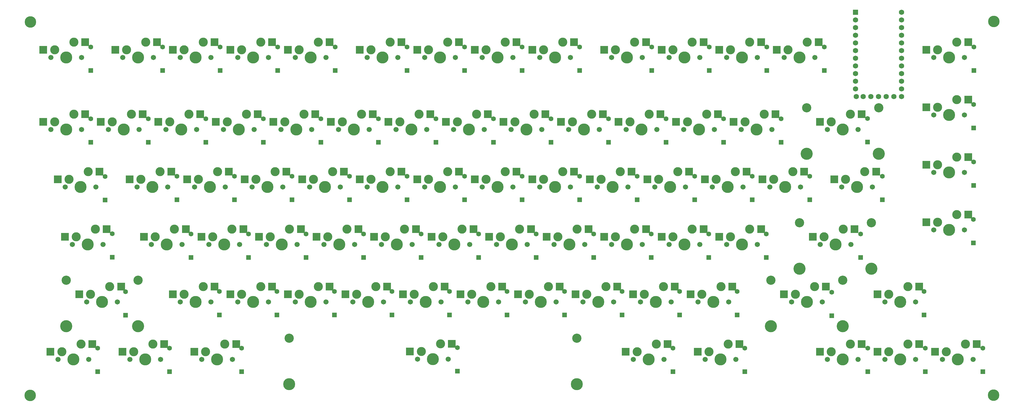
<source format=gbr>
G04 #@! TF.GenerationSoftware,KiCad,Pcbnew,(6.0.10)*
G04 #@! TF.CreationDate,2023-03-05T14:36:43-08:00*
G04 #@! TF.ProjectId,keyboard,6b657962-6f61-4726-942e-6b696361645f,rev?*
G04 #@! TF.SameCoordinates,Original*
G04 #@! TF.FileFunction,Soldermask,Bot*
G04 #@! TF.FilePolarity,Negative*
%FSLAX46Y46*%
G04 Gerber Fmt 4.6, Leading zero omitted, Abs format (unit mm)*
G04 Created by KiCad (PCBNEW (6.0.10)) date 2023-03-05 14:36:43*
%MOMM*%
%LPD*%
G01*
G04 APERTURE LIST*
%ADD10R,1.600000X1.600000*%
%ADD11C,1.600000*%
%ADD12C,4.000000*%
%ADD13C,3.050000*%
%ADD14C,3.000000*%
%ADD15C,3.987800*%
%ADD16C,1.701800*%
%ADD17R,2.550000X2.500000*%
%ADD18C,3.800000*%
%ADD19C,3.048000*%
%ADD20R,1.752600X1.752600*%
%ADD21C,1.752600*%
G04 APERTURE END LIST*
D10*
X232320000Y-144850000D03*
D11*
X232320000Y-137050000D03*
D10*
X274950000Y-202100000D03*
D11*
X274950000Y-194300000D03*
D12*
X395623450Y-186731800D03*
D13*
X395623450Y-171491800D03*
D14*
X386276250Y-173600000D03*
D12*
X371823450Y-186731800D03*
D15*
X383736250Y-178680000D03*
D14*
X379926250Y-176140000D03*
D16*
X388816250Y-178680000D03*
X378656250Y-178680000D03*
D13*
X371823450Y-171491800D03*
D17*
X390026250Y-173600000D03*
X376176250Y-176140000D03*
D10*
X382450000Y-202330000D03*
D11*
X382450000Y-194530000D03*
D10*
X429507500Y-121070000D03*
D11*
X429507500Y-113270000D03*
D10*
X218052500Y-121070000D03*
D11*
X218052500Y-113270000D03*
D16*
X285787500Y-159630000D03*
D15*
X290867500Y-159630000D03*
D14*
X287057500Y-157090000D03*
X293407500Y-154550000D03*
D16*
X295947500Y-159630000D03*
D17*
X297157500Y-154550000D03*
X283307500Y-157090000D03*
D14*
X334682500Y-138040000D03*
D16*
X343572500Y-140580000D03*
X333412500Y-140580000D03*
D14*
X341032500Y-135500000D03*
D15*
X338492500Y-140580000D03*
D17*
X344782500Y-135500000D03*
X330932500Y-138040000D03*
D14*
X298170000Y-173600000D03*
X291820000Y-176140000D03*
D15*
X295630000Y-178680000D03*
D16*
X290550000Y-178680000D03*
X300710000Y-178680000D03*
D17*
X301920000Y-173600000D03*
X288070000Y-176140000D03*
D14*
X245782500Y-135500000D03*
D16*
X248322500Y-140580000D03*
D14*
X239432500Y-138040000D03*
D16*
X238162500Y-140580000D03*
D15*
X243242500Y-140580000D03*
D17*
X249532500Y-135500000D03*
X235682500Y-138040000D03*
D10*
X203745000Y-163900000D03*
D11*
X203745000Y-156100000D03*
D10*
X170330000Y-183000000D03*
D11*
X170330000Y-175200000D03*
D10*
X194220000Y-144850000D03*
D11*
X194220000Y-137050000D03*
D10*
X251370000Y-144850000D03*
D11*
X251370000Y-137050000D03*
D10*
X198750000Y-202100000D03*
D11*
X198750000Y-194300000D03*
D14*
X345795000Y-192650000D03*
D16*
X338175000Y-197730000D03*
X348335000Y-197730000D03*
D15*
X343255000Y-197730000D03*
D14*
X339445000Y-195190000D03*
D17*
X349545000Y-192650000D03*
X335695000Y-195190000D03*
D10*
X298995000Y-163900000D03*
D11*
X298995000Y-156100000D03*
D10*
X289470000Y-144850000D03*
D11*
X289470000Y-137050000D03*
D10*
X227480000Y-183000000D03*
D11*
X227480000Y-175200000D03*
D15*
X195617500Y-159630000D03*
D16*
X200697500Y-159630000D03*
D14*
X198157500Y-154550000D03*
X191807500Y-157090000D03*
D16*
X190537500Y-159630000D03*
D17*
X201907500Y-154550000D03*
X188057500Y-157090000D03*
D10*
X284630000Y-183000000D03*
D11*
X284630000Y-175200000D03*
D10*
X429487500Y-140087500D03*
D11*
X429487500Y-132287500D03*
D15*
X257530000Y-178680000D03*
D16*
X262610000Y-178680000D03*
X252450000Y-178680000D03*
D14*
X253720000Y-176140000D03*
X260070000Y-173600000D03*
D17*
X263820000Y-173600000D03*
X249970000Y-176140000D03*
D15*
X271817500Y-116767500D03*
D14*
X274357500Y-111687500D03*
D16*
X266737500Y-116767500D03*
X276897500Y-116767500D03*
D14*
X268007500Y-114227500D03*
D17*
X278107500Y-111687500D03*
X264257500Y-114227500D03*
D10*
X217800000Y-202100000D03*
D11*
X217800000Y-194300000D03*
D16*
X153072500Y-140580000D03*
D14*
X150532500Y-135500000D03*
D15*
X147992500Y-140580000D03*
D16*
X142912500Y-140580000D03*
D14*
X144182500Y-138040000D03*
D17*
X154282500Y-135500000D03*
X140432500Y-138040000D03*
D10*
X137070000Y-144850000D03*
D11*
X137070000Y-137050000D03*
D14*
X274357500Y-154550000D03*
X268007500Y-157090000D03*
D16*
X276897500Y-159630000D03*
X266737500Y-159630000D03*
D15*
X271817500Y-159630000D03*
D17*
X278107500Y-154550000D03*
X264257500Y-157090000D03*
D15*
X390880000Y-159630000D03*
D14*
X387070000Y-157090000D03*
X393420000Y-154550000D03*
D16*
X385800000Y-159630000D03*
X395960000Y-159630000D03*
D17*
X397170000Y-154550000D03*
X383320000Y-157090000D03*
D10*
X165645000Y-163900000D03*
D11*
X165645000Y-156100000D03*
D10*
X413460000Y-220870000D03*
D11*
X413460000Y-213070000D03*
D16*
X255430000Y-216760000D03*
D14*
X252890000Y-211680000D03*
D15*
X250350000Y-216760000D03*
D14*
X246540000Y-214220000D03*
D16*
X245270000Y-216760000D03*
D17*
X256640000Y-211680000D03*
X242790000Y-214220000D03*
D15*
X309917500Y-159630000D03*
D14*
X306107500Y-157090000D03*
D16*
X304837500Y-159630000D03*
X314997500Y-159630000D03*
D14*
X312457500Y-154550000D03*
D17*
X316207500Y-154550000D03*
X302357500Y-157090000D03*
D10*
X329890000Y-220900000D03*
D11*
X329890000Y-213100000D03*
D16*
X171487500Y-159630000D03*
D14*
X172757500Y-157090000D03*
D15*
X176567500Y-159630000D03*
D14*
X179107500Y-154550000D03*
D16*
X181647500Y-159630000D03*
D17*
X182857500Y-154550000D03*
X169007500Y-157090000D03*
D14*
X321982500Y-135500000D03*
D16*
X314362500Y-140580000D03*
D15*
X319442500Y-140580000D03*
D14*
X315632500Y-138040000D03*
D16*
X324522500Y-140580000D03*
D17*
X325732500Y-135500000D03*
X311882500Y-138040000D03*
D14*
X132276250Y-176140000D03*
D16*
X141166250Y-178680000D03*
D14*
X138626250Y-173600000D03*
D15*
X136086250Y-178680000D03*
D16*
X131006250Y-178680000D03*
D17*
X142376250Y-173600000D03*
X128526250Y-176140000D03*
D15*
X371830000Y-116767500D03*
D16*
X366750000Y-116767500D03*
D14*
X368020000Y-114227500D03*
X374370000Y-111687500D03*
D16*
X376910000Y-116767500D03*
D17*
X378120000Y-111687500D03*
X364270000Y-114227500D03*
D15*
X157517500Y-159630000D03*
D16*
X162597500Y-159630000D03*
X152437500Y-159630000D03*
D14*
X160057500Y-154550000D03*
X153707500Y-157090000D03*
D17*
X163807500Y-154550000D03*
X149957500Y-157090000D03*
D15*
X214667500Y-159630000D03*
D16*
X219747500Y-159630000D03*
D14*
X217207500Y-154550000D03*
D16*
X209587500Y-159630000D03*
D14*
X210857500Y-157090000D03*
D17*
X220957500Y-154550000D03*
X207107500Y-157090000D03*
D10*
X365670000Y-144850000D03*
D11*
X365670000Y-137050000D03*
D16*
X281660000Y-178680000D03*
X271500000Y-178680000D03*
D14*
X272770000Y-176140000D03*
D15*
X276580000Y-178680000D03*
D14*
X279120000Y-173600000D03*
D17*
X282870000Y-173600000D03*
X269020000Y-176140000D03*
D10*
X179952500Y-121070000D03*
D11*
X179952500Y-113270000D03*
D16*
X323887500Y-159630000D03*
D14*
X331507500Y-154550000D03*
X325157500Y-157090000D03*
D16*
X334047500Y-159630000D03*
D15*
X328967500Y-159630000D03*
D17*
X335257500Y-154550000D03*
X321407500Y-157090000D03*
D16*
X195300000Y-178680000D03*
D14*
X202920000Y-173600000D03*
D16*
X205460000Y-178680000D03*
D14*
X196570000Y-176140000D03*
D15*
X200380000Y-178680000D03*
D17*
X206670000Y-173600000D03*
X192820000Y-176140000D03*
D10*
X144250000Y-182970000D03*
D11*
X144250000Y-175170000D03*
D15*
X209905000Y-116767500D03*
D14*
X206095000Y-114227500D03*
X212445000Y-111687500D03*
D16*
X214985000Y-116767500D03*
X204825000Y-116767500D03*
D17*
X216195000Y-111687500D03*
X202345000Y-114227500D03*
D14*
X250545000Y-192650000D03*
D16*
X253085000Y-197730000D03*
X242925000Y-197730000D03*
D15*
X248005000Y-197730000D03*
D14*
X244195000Y-195190000D03*
D17*
X254295000Y-192650000D03*
X240445000Y-195190000D03*
D14*
X326745000Y-192650000D03*
X320395000Y-195190000D03*
D16*
X329285000Y-197730000D03*
D15*
X324205000Y-197730000D03*
D16*
X319125000Y-197730000D03*
D17*
X330495000Y-192650000D03*
X316645000Y-195190000D03*
D16*
X238797500Y-116767500D03*
D14*
X229907500Y-114227500D03*
D15*
X233717500Y-116767500D03*
D16*
X228637500Y-116767500D03*
D14*
X236257500Y-111687500D03*
D17*
X240007500Y-111687500D03*
X226157500Y-114227500D03*
D10*
X327570000Y-144850000D03*
D11*
X327570000Y-137050000D03*
D10*
X303680000Y-183000000D03*
D11*
X303680000Y-175200000D03*
D10*
X360927500Y-121070000D03*
D11*
X360927500Y-113270000D03*
D10*
X351150000Y-202100000D03*
D11*
X351150000Y-194300000D03*
D10*
X318045000Y-163900000D03*
D11*
X318045000Y-156100000D03*
D10*
X341780000Y-183000000D03*
D11*
X341780000Y-175200000D03*
D10*
X265580000Y-183000000D03*
D11*
X265580000Y-175200000D03*
D10*
X294000000Y-202100000D03*
D11*
X294000000Y-194300000D03*
D10*
X199002500Y-121070000D03*
D11*
X199002500Y-113270000D03*
D14*
X177520000Y-176140000D03*
D16*
X186410000Y-178680000D03*
X176250000Y-178680000D03*
D14*
X183870000Y-173600000D03*
D15*
X181330000Y-178680000D03*
D17*
X187620000Y-173600000D03*
X173770000Y-176140000D03*
D16*
X157835000Y-116767500D03*
D14*
X155295000Y-111687500D03*
D16*
X147675000Y-116767500D03*
D14*
X148945000Y-114227500D03*
D15*
X152755000Y-116767500D03*
D17*
X159045000Y-111687500D03*
X145195000Y-114227500D03*
D14*
X187045000Y-114227500D03*
D16*
X185775000Y-116767500D03*
D15*
X190855000Y-116767500D03*
D14*
X193395000Y-111687500D03*
D16*
X195935000Y-116767500D03*
D17*
X197145000Y-111687500D03*
X183295000Y-114227500D03*
D15*
X367067500Y-159630000D03*
D14*
X363257500Y-157090000D03*
D16*
X372147500Y-159630000D03*
X361987500Y-159630000D03*
D14*
X369607500Y-154550000D03*
D17*
X373357500Y-154550000D03*
X359507500Y-157090000D03*
D18*
X117110000Y-105010000D03*
D14*
X163232500Y-138040000D03*
D16*
X161962500Y-140580000D03*
D14*
X169582500Y-135500000D03*
D16*
X172122500Y-140580000D03*
D15*
X167042500Y-140580000D03*
D17*
X173332500Y-135500000D03*
X159482500Y-138040000D03*
D10*
X360830000Y-183000000D03*
D11*
X360830000Y-175200000D03*
D10*
X148630000Y-202200000D03*
D11*
X148630000Y-194400000D03*
D10*
X394410000Y-220870000D03*
D11*
X394410000Y-213070000D03*
D10*
X337095000Y-163900000D03*
D11*
X337095000Y-156100000D03*
D16*
X195935000Y-197730000D03*
D15*
X190855000Y-197730000D03*
D14*
X187045000Y-195190000D03*
D16*
X185775000Y-197730000D03*
D14*
X193395000Y-192650000D03*
D17*
X197145000Y-192650000D03*
X183295000Y-195190000D03*
D10*
X139390000Y-220900000D03*
D11*
X139390000Y-213100000D03*
D14*
X182282500Y-138040000D03*
X188632500Y-135500000D03*
D16*
X191172500Y-140580000D03*
X181012500Y-140580000D03*
D15*
X186092500Y-140580000D03*
D17*
X192382500Y-135500000D03*
X178532500Y-138040000D03*
D14*
X151326250Y-214240000D03*
D16*
X150056250Y-216780000D03*
D14*
X157676250Y-211700000D03*
D15*
X155136250Y-216780000D03*
D16*
X160216250Y-216780000D03*
D17*
X161426250Y-211700000D03*
X147576250Y-214240000D03*
D10*
X179700000Y-202100000D03*
D11*
X179700000Y-194300000D03*
D15*
X178948750Y-216780000D03*
D14*
X175138750Y-214240000D03*
X181488750Y-211700000D03*
D16*
X184028750Y-216780000D03*
X173868750Y-216780000D03*
D17*
X185238750Y-211700000D03*
X171388750Y-214240000D03*
D10*
X184695000Y-163900000D03*
D11*
X184695000Y-156100000D03*
D10*
X299015000Y-121070000D03*
D11*
X299015000Y-113270000D03*
D14*
X407707500Y-192650000D03*
D16*
X400087500Y-197730000D03*
D14*
X401357500Y-195190000D03*
D16*
X410247500Y-197730000D03*
D15*
X405167500Y-197730000D03*
D17*
X411457500Y-192650000D03*
X397607500Y-195190000D03*
D10*
X341877500Y-121070000D03*
D11*
X341877500Y-113270000D03*
D10*
X353702500Y-220900000D03*
D11*
X353702500Y-213100000D03*
D16*
X369131250Y-197730000D03*
D15*
X374211250Y-197730000D03*
D14*
X376751250Y-192650000D03*
D16*
X379291250Y-197730000D03*
D14*
X370401250Y-195190000D03*
D12*
X362298450Y-205781800D03*
D13*
X362298450Y-190541800D03*
X386098450Y-190541800D03*
D12*
X386098450Y-205781800D03*
D17*
X380501250Y-192650000D03*
X366651250Y-195190000D03*
D10*
X236850000Y-202100000D03*
D11*
X236850000Y-194300000D03*
D16*
X128625000Y-159630000D03*
D14*
X136245000Y-154550000D03*
D16*
X138785000Y-159630000D03*
D15*
X133705000Y-159630000D03*
D14*
X129895000Y-157090000D03*
D17*
X139995000Y-154550000D03*
X126145000Y-157090000D03*
D10*
X189380000Y-183000000D03*
D11*
X189380000Y-175200000D03*
D10*
X246530000Y-183000000D03*
D11*
X246530000Y-175200000D03*
D10*
X241865000Y-121070000D03*
D11*
X241865000Y-113270000D03*
D14*
X226732500Y-135500000D03*
D15*
X224192500Y-140580000D03*
D16*
X219112500Y-140580000D03*
X229272500Y-140580000D03*
D14*
X220382500Y-138040000D03*
D17*
X230482500Y-135500000D03*
X216632500Y-138040000D03*
D10*
X258500000Y-220690000D03*
D11*
X258500000Y-212890000D03*
D10*
X141860000Y-163960000D03*
D11*
X141860000Y-156160000D03*
D14*
X423900000Y-149787500D03*
D15*
X421360000Y-154867500D03*
D16*
X416280000Y-154867500D03*
D14*
X417550000Y-152327500D03*
D16*
X426440000Y-154867500D03*
D17*
X427650000Y-149787500D03*
X413800000Y-152327500D03*
D10*
X260895000Y-163900000D03*
D11*
X260895000Y-156100000D03*
D14*
X248957500Y-114227500D03*
D15*
X252767500Y-116767500D03*
D14*
X255307500Y-111687500D03*
D16*
X257847500Y-116767500D03*
X247687500Y-116767500D03*
D17*
X259057500Y-111687500D03*
X245207500Y-114227500D03*
D16*
X214985000Y-197730000D03*
D14*
X206095000Y-195190000D03*
X212445000Y-192650000D03*
D15*
X209905000Y-197730000D03*
D16*
X204825000Y-197730000D03*
D17*
X216195000Y-192650000D03*
X202345000Y-195190000D03*
D10*
X175170000Y-144850000D03*
D11*
X175170000Y-137050000D03*
D18*
X436070000Y-228700000D03*
X117020000Y-228770000D03*
D10*
X163202500Y-220900000D03*
D11*
X163202500Y-213100000D03*
D10*
X255900000Y-202100000D03*
D11*
X255900000Y-194300000D03*
D16*
X426440000Y-116767500D03*
D15*
X421360000Y-116767500D03*
D16*
X416280000Y-116767500D03*
D14*
X417550000Y-114227500D03*
X423900000Y-111687500D03*
D17*
X427650000Y-111687500D03*
X413800000Y-114227500D03*
D10*
X356145000Y-163900000D03*
D11*
X356145000Y-156100000D03*
D16*
X416280000Y-173917500D03*
D14*
X417550000Y-171377500D03*
D16*
X426440000Y-173917500D03*
D15*
X421360000Y-173917500D03*
D14*
X423900000Y-168837500D03*
D17*
X427650000Y-168837500D03*
X413800000Y-171377500D03*
D16*
X176885000Y-116767500D03*
D14*
X174345000Y-111687500D03*
D15*
X171805000Y-116767500D03*
D14*
X167995000Y-114227500D03*
D16*
X166725000Y-116767500D03*
D17*
X178095000Y-111687500D03*
X164245000Y-114227500D03*
D10*
X332100000Y-202100000D03*
D11*
X332100000Y-194300000D03*
D15*
X314680000Y-116767500D03*
D14*
X310870000Y-114227500D03*
X317220000Y-111687500D03*
D16*
X319760000Y-116767500D03*
X309600000Y-116767500D03*
D17*
X320970000Y-111687500D03*
X307120000Y-114227500D03*
D15*
X352780000Y-116767500D03*
D14*
X355320000Y-111687500D03*
X348970000Y-114227500D03*
D16*
X347700000Y-116767500D03*
X357860000Y-116767500D03*
D17*
X359070000Y-111687500D03*
X345220000Y-114227500D03*
D16*
X416280000Y-135817500D03*
D15*
X421360000Y-135817500D03*
D14*
X417550000Y-133277500D03*
D16*
X426440000Y-135817500D03*
D14*
X423900000Y-130737500D03*
D17*
X427650000Y-130737500D03*
X413800000Y-133277500D03*
D10*
X241845000Y-163900000D03*
D11*
X241845000Y-156100000D03*
D14*
X420407500Y-214240000D03*
D16*
X429297500Y-216780000D03*
X419137500Y-216780000D03*
D15*
X424217500Y-216780000D03*
D14*
X426757500Y-211700000D03*
D17*
X430507500Y-211700000D03*
X416657500Y-214240000D03*
D10*
X208430000Y-183000000D03*
D11*
X208430000Y-175200000D03*
D15*
X262292500Y-140580000D03*
D16*
X267372500Y-140580000D03*
D14*
X264832500Y-135500000D03*
D16*
X257212500Y-140580000D03*
D14*
X258482500Y-138040000D03*
D17*
X268582500Y-135500000D03*
X254732500Y-138040000D03*
D14*
X293407500Y-111687500D03*
D16*
X285787500Y-116767500D03*
D14*
X287057500Y-114227500D03*
D15*
X290867500Y-116767500D03*
D16*
X295947500Y-116767500D03*
D17*
X297157500Y-111687500D03*
X283307500Y-114227500D03*
D18*
X436180000Y-104790000D03*
D14*
X355320000Y-173600000D03*
D16*
X347700000Y-178680000D03*
D15*
X352780000Y-178680000D03*
D14*
X348970000Y-176140000D03*
D16*
X357860000Y-178680000D03*
D17*
X359070000Y-173600000D03*
X345220000Y-176140000D03*
D10*
X137090000Y-121070000D03*
D11*
X137090000Y-113270000D03*
D14*
X353732500Y-138040000D03*
D16*
X362622500Y-140580000D03*
D15*
X357542500Y-140580000D03*
D14*
X360082500Y-135500000D03*
D16*
X352462500Y-140580000D03*
D17*
X363832500Y-135500000D03*
X349982500Y-138040000D03*
D14*
X310870000Y-176140000D03*
X317220000Y-173600000D03*
D16*
X309600000Y-178680000D03*
D15*
X314680000Y-178680000D03*
D16*
X319760000Y-178680000D03*
D17*
X320970000Y-173600000D03*
X307120000Y-176140000D03*
D16*
X234035000Y-197730000D03*
D14*
X231495000Y-192650000D03*
D15*
X228955000Y-197730000D03*
D16*
X223875000Y-197730000D03*
D14*
X225145000Y-195190000D03*
D17*
X235245000Y-192650000D03*
X221395000Y-195190000D03*
D10*
X392060000Y-183000000D03*
D11*
X392060000Y-175200000D03*
D10*
X156120000Y-144850000D03*
D11*
X156120000Y-137050000D03*
D10*
X279965000Y-121070000D03*
D11*
X279965000Y-113270000D03*
D16*
X340556250Y-216780000D03*
D15*
X345636250Y-216780000D03*
D14*
X341826250Y-214240000D03*
X348176250Y-211700000D03*
D16*
X350716250Y-216780000D03*
D17*
X351926250Y-211700000D03*
X338076250Y-214240000D03*
D10*
X222795000Y-163900000D03*
D11*
X222795000Y-156100000D03*
D16*
X176885000Y-197730000D03*
D14*
X167995000Y-195190000D03*
D15*
X171805000Y-197730000D03*
D14*
X174345000Y-192650000D03*
D16*
X166725000Y-197730000D03*
D17*
X178095000Y-192650000D03*
X164245000Y-195190000D03*
D10*
X413062500Y-202100000D03*
D11*
X413062500Y-194300000D03*
D16*
X316743750Y-216780000D03*
D15*
X321823750Y-216780000D03*
D14*
X318013750Y-214240000D03*
X324363750Y-211700000D03*
D16*
X326903750Y-216780000D03*
D17*
X328113750Y-211700000D03*
X314263750Y-214240000D03*
D16*
X135768750Y-197730000D03*
D13*
X152735950Y-190541800D03*
D15*
X140848750Y-197730000D03*
D14*
X137038750Y-195190000D03*
X143388750Y-192650000D03*
D12*
X152735950Y-205781800D03*
D16*
X145928750Y-197730000D03*
D13*
X128935950Y-190541800D03*
D12*
X128935950Y-205781800D03*
D17*
X147138750Y-192650000D03*
X133288750Y-195190000D03*
D10*
X313050000Y-202100000D03*
D11*
X313050000Y-194300000D03*
D10*
X213270000Y-144850000D03*
D11*
X213270000Y-137050000D03*
D10*
X394340000Y-144770000D03*
D11*
X394340000Y-136970000D03*
D16*
X272135000Y-197730000D03*
D15*
X267055000Y-197730000D03*
D14*
X263245000Y-195190000D03*
X269595000Y-192650000D03*
D16*
X261975000Y-197730000D03*
D17*
X273345000Y-192650000D03*
X259495000Y-195190000D03*
D10*
X429487500Y-159137500D03*
D11*
X429487500Y-151337500D03*
D10*
X270420000Y-144850000D03*
D11*
X270420000Y-137050000D03*
D16*
X391197500Y-216780000D03*
D14*
X388657500Y-211700000D03*
X382307500Y-214240000D03*
D16*
X381037500Y-216780000D03*
D15*
X386117500Y-216780000D03*
D17*
X392407500Y-211700000D03*
X378557500Y-214240000D03*
D19*
X202761250Y-209795000D03*
X298011250Y-209795000D03*
D15*
X202761250Y-225035000D03*
X298011250Y-225035000D03*
D14*
X127513750Y-214240000D03*
D15*
X131323750Y-216780000D03*
D14*
X133863750Y-211700000D03*
D16*
X136403750Y-216780000D03*
X126243750Y-216780000D03*
D17*
X137613750Y-211700000D03*
X123763750Y-214240000D03*
D16*
X338810000Y-116767500D03*
D14*
X336270000Y-111687500D03*
D15*
X333730000Y-116767500D03*
D16*
X328650000Y-116767500D03*
D14*
X329920000Y-114227500D03*
D17*
X340020000Y-111687500D03*
X326170000Y-114227500D03*
D10*
X429410000Y-178237500D03*
D11*
X429410000Y-170437500D03*
D10*
X379977500Y-121070000D03*
D11*
X379977500Y-113270000D03*
D15*
X333730000Y-178680000D03*
D14*
X336270000Y-173600000D03*
D16*
X338810000Y-178680000D03*
X328650000Y-178680000D03*
D14*
X329920000Y-176140000D03*
D17*
X340020000Y-173600000D03*
X326170000Y-176140000D03*
D14*
X301345000Y-195190000D03*
D15*
X305155000Y-197730000D03*
D14*
X307695000Y-192650000D03*
D16*
X310235000Y-197730000D03*
X300075000Y-197730000D03*
D17*
X311445000Y-192650000D03*
X297595000Y-195190000D03*
D14*
X236257500Y-154550000D03*
D16*
X228637500Y-159630000D03*
X238797500Y-159630000D03*
D15*
X233717500Y-159630000D03*
D14*
X229907500Y-157090000D03*
D17*
X240007500Y-154550000D03*
X226157500Y-157090000D03*
D10*
X322730000Y-183000000D03*
D11*
X322730000Y-175200000D03*
D10*
X322827500Y-121070000D03*
D11*
X322827500Y-113270000D03*
D16*
X210222500Y-140580000D03*
D14*
X201332500Y-138040000D03*
D15*
X205142500Y-140580000D03*
D14*
X207682500Y-135500000D03*
D16*
X200062500Y-140580000D03*
D17*
X211432500Y-135500000D03*
X197582500Y-138040000D03*
D16*
X400087500Y-216780000D03*
X410247500Y-216780000D03*
D15*
X405167500Y-216780000D03*
D14*
X401357500Y-214240000D03*
X407707500Y-211700000D03*
D17*
X411457500Y-211700000D03*
X397607500Y-214240000D03*
D10*
X375195000Y-163900000D03*
D11*
X375195000Y-156100000D03*
D10*
X399200000Y-163930000D03*
D11*
X399200000Y-156130000D03*
D14*
X282295000Y-195190000D03*
D15*
X286105000Y-197730000D03*
D16*
X291185000Y-197730000D03*
D14*
X288645000Y-192650000D03*
D16*
X281025000Y-197730000D03*
D17*
X292395000Y-192650000D03*
X278545000Y-195190000D03*
D10*
X187015000Y-220900000D03*
D11*
X187015000Y-213100000D03*
D10*
X279945000Y-163900000D03*
D11*
X279945000Y-156100000D03*
D14*
X125132500Y-114227500D03*
D16*
X123862500Y-116767500D03*
X134022500Y-116767500D03*
D14*
X131482500Y-111687500D03*
D15*
X128942500Y-116767500D03*
D17*
X135232500Y-111687500D03*
X121382500Y-114227500D03*
D10*
X308520000Y-144850000D03*
D11*
X308520000Y-137050000D03*
D10*
X432510000Y-220870000D03*
D11*
X432510000Y-213070000D03*
D10*
X346620000Y-144850000D03*
D11*
X346620000Y-137050000D03*
D15*
X348017500Y-159630000D03*
D14*
X350557500Y-154550000D03*
D16*
X342937500Y-159630000D03*
D14*
X344207500Y-157090000D03*
D16*
X353097500Y-159630000D03*
D17*
X354307500Y-154550000D03*
X340457500Y-157090000D03*
D14*
X277532500Y-138040000D03*
D16*
X286422500Y-140580000D03*
D15*
X281342500Y-140580000D03*
D14*
X283882500Y-135500000D03*
D16*
X276262500Y-140580000D03*
D17*
X287632500Y-135500000D03*
X273782500Y-138040000D03*
D14*
X221970000Y-173600000D03*
X215620000Y-176140000D03*
D16*
X214350000Y-178680000D03*
X224510000Y-178680000D03*
D15*
X219430000Y-178680000D03*
D17*
X225720000Y-173600000D03*
X211870000Y-176140000D03*
D16*
X247687500Y-159630000D03*
D14*
X255307500Y-154550000D03*
D15*
X252767500Y-159630000D03*
D16*
X257847500Y-159630000D03*
D14*
X248957500Y-157090000D03*
D17*
X259057500Y-154550000D03*
X245207500Y-157090000D03*
D16*
X295312500Y-140580000D03*
D14*
X302932500Y-135500000D03*
X296582500Y-138040000D03*
D15*
X300392500Y-140580000D03*
D16*
X305472500Y-140580000D03*
D17*
X306682500Y-135500000D03*
X292832500Y-138040000D03*
D10*
X260915000Y-121070000D03*
D11*
X260915000Y-113270000D03*
D10*
X160902500Y-121070000D03*
D11*
X160902500Y-113270000D03*
D16*
X157200000Y-178680000D03*
D15*
X162280000Y-178680000D03*
D14*
X164820000Y-173600000D03*
X158470000Y-176140000D03*
D16*
X167360000Y-178680000D03*
D17*
X168570000Y-173600000D03*
X154720000Y-176140000D03*
D16*
X123862500Y-140580000D03*
X134022500Y-140580000D03*
D15*
X128942500Y-140580000D03*
D14*
X125132500Y-138040000D03*
X131482500Y-135500000D03*
D17*
X135232500Y-135500000D03*
X121382500Y-138040000D03*
D16*
X381037500Y-140580000D03*
D14*
X388657500Y-135500000D03*
D12*
X398004700Y-148631800D03*
D16*
X391197500Y-140580000D03*
D15*
X386117500Y-140580000D03*
D12*
X374204700Y-148631800D03*
D14*
X382307500Y-138040000D03*
D13*
X398004700Y-133391800D03*
X374204700Y-133391800D03*
D17*
X392407500Y-135500000D03*
X378557500Y-138040000D03*
D15*
X238480000Y-178680000D03*
D14*
X241020000Y-173600000D03*
D16*
X233400000Y-178680000D03*
D14*
X234670000Y-176140000D03*
D16*
X243560000Y-178680000D03*
D17*
X244770000Y-173600000D03*
X230920000Y-176140000D03*
D20*
X390380000Y-101770000D03*
D21*
X390380000Y-104310000D03*
X390380000Y-106850000D03*
X390380000Y-109390000D03*
X390380000Y-111930000D03*
X390380000Y-114470000D03*
X390380000Y-117010000D03*
X390380000Y-119550000D03*
X390380000Y-122090000D03*
X390380000Y-124630000D03*
X390380000Y-127170000D03*
X390608600Y-129710000D03*
X405620000Y-129710000D03*
X405620000Y-127170000D03*
X405620000Y-124630000D03*
X405620000Y-122090000D03*
X405620000Y-119550000D03*
X405620000Y-117010000D03*
X405620000Y-114470000D03*
X405620000Y-111930000D03*
X405620000Y-109390000D03*
X405620000Y-106850000D03*
X405620000Y-104310000D03*
X405620000Y-101770000D03*
X392920000Y-129710000D03*
X395460000Y-129710000D03*
X398000000Y-129710000D03*
X400540000Y-129710000D03*
X403080000Y-129710000D03*
M02*

</source>
